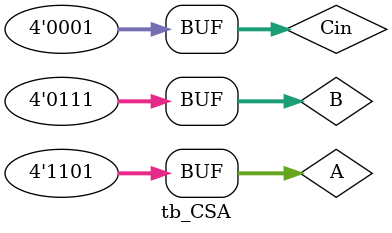
<source format=v>
`timescale 1ns / 1ps


module tb_CSA;

	// Inputs
	reg [4:1] A;
	reg [4:1] B;
	reg [4:1] Cin;
	

	// Outputs
	wire [4:0] Sum;
	wire Cout;

	// Instantiate the Unit Under Test (UUT)
	CSA uut (
		.A(A), 
		.B(B), 
		.Cin(Cin), 
		
		.Sum(Sum), 
		.Cout(Cout)
	);

	initial begin
		// Initialize Inputs
		A = 0;
		B = 0;
		Cin = 0;
		
		
		A=4'b1010; B=4'b0011; Cin=4'b0000; 
		#100
		A=4'b1101; B=4'b0111; Cin=4'b0001;
		

		// Wait 100 ns for global reset to finish
		#100;
        
		// Add stimulus here

	end
      
endmodule


</source>
